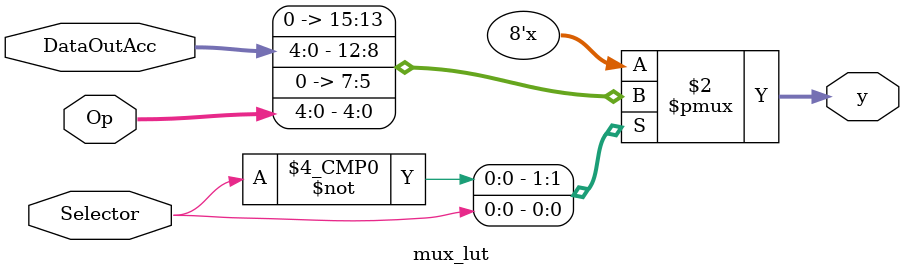
<source format=sv>
module mux_lut (    input[4:0]     DataOutAcc,
                                   Op,
                    input[0:0]     Selector,
                    output logic[7:0]    y );
// fill in guts
always_comb begin
    case(Selector)					   
    1'b0: y = DataOutAcc;	  
    1'b1: y = Op;
  endcase
end

endmodule
</source>
